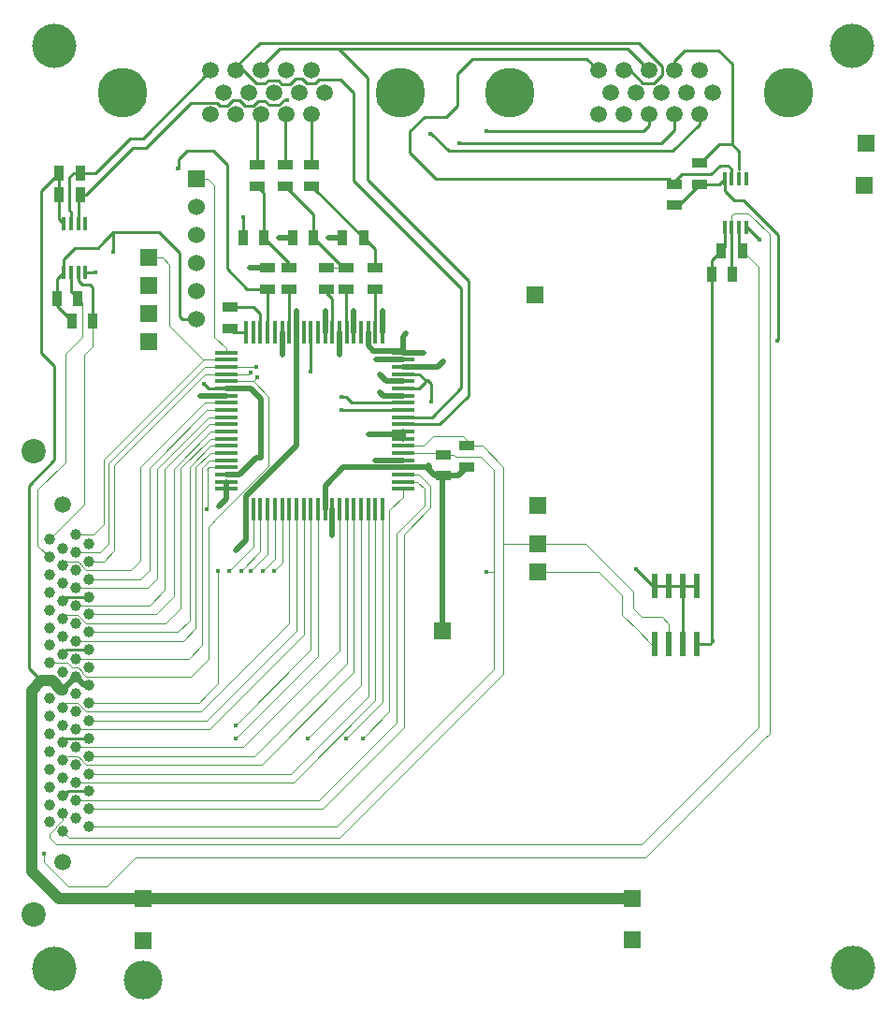
<source format=gtl>
G04 (created by PCBNEW (2013-07-07 BZR 4022)-stable) date 25/07/2014 9:01:35 PM*
%MOIN*%
G04 Gerber Fmt 3.4, Leading zero omitted, Abs format*
%FSLAX34Y34*%
G01*
G70*
G90*
G04 APERTURE LIST*
%ADD10C,0.00590551*%
%ADD11R,0.035X0.055*%
%ADD12R,0.055X0.035*%
%ADD13R,0.06X0.06*%
%ADD14C,0.0590551*%
%ADD15C,0.177165*%
%ADD16C,0.0393701*%
%ADD17C,0.0866142*%
%ADD18R,0.016X0.05*%
%ADD19C,0.06*%
%ADD20R,0.0236X0.0866*%
%ADD21C,0.15748*%
%ADD22C,0.137795*%
%ADD23R,0.0157X0.0787402*%
%ADD24R,0.0787402X0.0157*%
%ADD25C,0.0177165*%
%ADD26C,0.00984252*%
%ADD27C,0.00492126*%
%ADD28C,0.019685*%
%ADD29C,0.008*%
%ADD30C,0.0393701*%
G04 APERTURE END LIST*
G54D10*
G54D11*
X36821Y-18578D03*
X37571Y-18578D03*
G54D12*
X46618Y-16676D03*
X46618Y-17426D03*
X45909Y-16676D03*
X45909Y-17426D03*
X44578Y-16676D03*
X44578Y-17426D03*
X42456Y-18085D03*
X42456Y-18835D03*
G54D11*
X36298Y-17767D03*
X37048Y-17767D03*
X59979Y-16059D03*
X60729Y-16059D03*
G54D12*
X47645Y-16676D03*
X47645Y-17426D03*
G54D11*
X47225Y-15598D03*
X46475Y-15598D03*
X45441Y-15602D03*
X44691Y-15602D03*
X43682Y-15618D03*
X42932Y-15618D03*
G54D12*
X43811Y-16676D03*
X43811Y-17426D03*
X45357Y-13009D03*
X45357Y-13759D03*
X44437Y-13009D03*
X44437Y-13759D03*
X43447Y-13009D03*
X43447Y-13759D03*
X50913Y-23018D03*
X50913Y-23768D03*
X50066Y-23329D03*
X50066Y-24079D03*
G54D13*
X39374Y-39133D03*
X39358Y-40649D03*
G54D14*
X45836Y-10433D03*
X44935Y-10433D03*
X44033Y-10433D03*
X43131Y-10433D03*
X42230Y-10433D03*
X45385Y-11212D03*
X44484Y-11212D03*
X43582Y-11212D03*
X42681Y-11212D03*
X41779Y-11212D03*
X45385Y-9653D03*
X44484Y-9653D03*
X43582Y-9653D03*
X42681Y-9653D03*
X41779Y-9653D03*
G54D15*
X38624Y-10433D03*
X48541Y-10433D03*
G54D14*
X59655Y-10433D03*
X58753Y-10433D03*
X57852Y-10433D03*
X56950Y-10433D03*
X56049Y-10433D03*
X59204Y-11212D03*
X58303Y-11212D03*
X57401Y-11212D03*
X56500Y-11212D03*
X55598Y-11212D03*
X59204Y-9653D03*
X58303Y-9653D03*
X57401Y-9653D03*
X56500Y-9653D03*
X55598Y-9653D03*
G54D15*
X52442Y-10433D03*
X62360Y-10433D03*
G54D16*
X36043Y-31385D03*
X36043Y-30755D03*
X36043Y-30125D03*
X36043Y-29496D03*
X36043Y-28866D03*
X36043Y-28236D03*
X36043Y-27606D03*
X36043Y-26976D03*
X36043Y-26346D03*
X36043Y-32015D03*
X36043Y-32645D03*
X36043Y-33275D03*
X36043Y-33905D03*
X36043Y-34535D03*
X36043Y-35165D03*
X36043Y-35795D03*
X36043Y-36425D03*
X36496Y-36740D03*
X36496Y-36110D03*
X36496Y-35480D03*
X36496Y-34850D03*
X36496Y-34220D03*
X36496Y-33590D03*
X36496Y-32960D03*
X36496Y-32330D03*
X36496Y-26661D03*
X36496Y-27291D03*
X36496Y-27921D03*
X36496Y-28551D03*
X36496Y-29181D03*
X36496Y-29811D03*
X36496Y-30440D03*
X36496Y-31070D03*
X36496Y-31700D03*
X37421Y-31543D03*
X37421Y-30913D03*
X37421Y-30283D03*
X37421Y-29653D03*
X37421Y-29023D03*
X37421Y-28393D03*
X37421Y-27763D03*
X37421Y-27133D03*
X37421Y-26503D03*
X37421Y-32173D03*
X37421Y-32803D03*
X37421Y-33433D03*
X37421Y-34062D03*
X37421Y-34692D03*
X37421Y-35322D03*
X37421Y-35952D03*
X37421Y-36582D03*
X36968Y-36267D03*
X36968Y-35637D03*
X36968Y-35007D03*
X36968Y-34377D03*
X36968Y-33748D03*
X36968Y-33118D03*
X36968Y-32488D03*
X36968Y-31858D03*
X36968Y-26188D03*
X36968Y-26818D03*
X36968Y-27448D03*
X36968Y-28078D03*
X36968Y-28708D03*
X36968Y-29338D03*
X36968Y-29968D03*
X36968Y-30598D03*
X36968Y-31228D03*
G54D14*
X36496Y-25098D03*
G54D17*
X35464Y-23220D03*
X35464Y-39716D03*
G54D14*
X36496Y-37834D03*
G54D18*
X60095Y-15256D03*
X60350Y-15256D03*
X60610Y-15256D03*
X60865Y-15256D03*
X60865Y-13506D03*
X60610Y-13506D03*
X60350Y-13506D03*
X60095Y-13506D03*
X36544Y-16843D03*
X36799Y-16843D03*
X37059Y-16843D03*
X37314Y-16843D03*
X37314Y-15093D03*
X37059Y-15093D03*
X36799Y-15093D03*
X36544Y-15093D03*
G54D12*
X59200Y-13705D03*
X59200Y-12955D03*
X58303Y-14445D03*
X58303Y-13695D03*
G54D11*
X59621Y-16905D03*
X60371Y-16905D03*
X36376Y-14070D03*
X37126Y-14070D03*
X36376Y-13303D03*
X37126Y-13303D03*
G54D13*
X56799Y-39137D03*
X56811Y-40598D03*
X65074Y-13728D03*
X53452Y-25129D03*
X53326Y-17645D03*
X53433Y-26496D03*
X53433Y-27507D03*
X50051Y-29610D03*
X39578Y-18307D03*
X39578Y-17307D03*
X39578Y-16307D03*
X39578Y-19311D03*
X65141Y-12232D03*
X41271Y-13515D03*
G54D19*
X41271Y-14515D03*
X41271Y-15515D03*
X41271Y-16515D03*
X41271Y-17515D03*
X41271Y-18515D03*
G54D20*
X59116Y-28016D03*
X58616Y-28016D03*
X58116Y-28016D03*
X57616Y-28016D03*
X57616Y-30062D03*
X58116Y-30062D03*
X58616Y-30062D03*
X59116Y-30062D03*
G54D21*
X36188Y-8791D03*
X64622Y-8791D03*
X36200Y-41641D03*
X64661Y-41598D03*
G54D22*
X39354Y-42051D03*
G54D23*
X47903Y-18976D03*
X47647Y-18976D03*
X47391Y-18976D03*
X47135Y-18976D03*
X46879Y-18976D03*
X46623Y-18976D03*
X46367Y-18976D03*
X46111Y-18976D03*
X45855Y-18976D03*
X45599Y-18976D03*
X45345Y-18976D03*
X45089Y-18976D03*
X44833Y-18976D03*
X44577Y-18976D03*
X44321Y-18976D03*
X44065Y-18976D03*
X43809Y-18976D03*
X43553Y-18976D03*
X43297Y-18976D03*
X43041Y-18976D03*
G54D24*
X42322Y-19694D03*
X42322Y-19950D03*
X42322Y-20206D03*
X42322Y-20462D03*
X42322Y-20718D03*
X42322Y-20974D03*
X42322Y-21230D03*
X42322Y-21486D03*
X42322Y-21742D03*
X42322Y-21998D03*
X42322Y-22252D03*
X42322Y-22508D03*
X42322Y-22764D03*
X42322Y-23020D03*
X42322Y-23276D03*
X42322Y-23532D03*
X42322Y-23788D03*
X42322Y-24044D03*
X42322Y-24300D03*
X42322Y-24556D03*
G54D23*
X43041Y-25275D03*
X43297Y-25275D03*
X43553Y-25275D03*
X43809Y-25275D03*
X44065Y-25275D03*
X44321Y-25275D03*
X44577Y-25275D03*
X44833Y-25275D03*
X45089Y-25275D03*
X45345Y-25275D03*
X45599Y-25275D03*
X45855Y-25275D03*
X46111Y-25275D03*
X46367Y-25275D03*
X46623Y-25275D03*
X46879Y-25275D03*
X47135Y-25275D03*
X47391Y-25275D03*
X47647Y-25275D03*
X47903Y-25275D03*
G54D24*
X48622Y-24556D03*
X48622Y-24300D03*
X48622Y-24044D03*
X48622Y-23788D03*
X48622Y-23532D03*
X48622Y-23276D03*
X48622Y-23020D03*
X48622Y-22764D03*
X48622Y-22508D03*
X48622Y-22252D03*
X48622Y-21998D03*
X48622Y-21742D03*
X48622Y-21486D03*
X48622Y-21230D03*
X48622Y-20974D03*
X48622Y-20718D03*
X48622Y-20462D03*
X48622Y-20206D03*
X48622Y-19950D03*
X48622Y-19694D03*
G54D25*
X51598Y-11822D03*
X47188Y-33448D03*
X46606Y-33452D03*
X45240Y-33452D03*
X46444Y-21287D03*
X46444Y-21744D03*
X43429Y-20586D03*
X50622Y-12228D03*
X42669Y-33452D03*
X42669Y-32960D03*
X44043Y-27464D03*
X43653Y-27460D03*
X43220Y-27464D03*
X42862Y-27468D03*
X42433Y-27464D03*
X43413Y-20200D03*
X42066Y-25181D03*
X45346Y-20362D03*
X42925Y-14877D03*
X49358Y-19696D03*
X61338Y-15681D03*
X37681Y-16858D03*
X56925Y-27405D03*
X49622Y-21444D03*
X47409Y-22606D03*
X43169Y-16677D03*
X47645Y-23535D03*
X46114Y-26216D03*
X41405Y-21232D03*
X45968Y-15598D03*
X44196Y-15602D03*
X48740Y-19011D03*
X46370Y-19759D03*
X44322Y-19783D03*
X38318Y-16106D03*
X41539Y-20811D03*
X59661Y-29988D03*
X43562Y-23444D03*
X49535Y-23692D03*
X45854Y-24484D03*
X43212Y-20980D03*
X35850Y-37543D03*
X51598Y-27500D03*
X44492Y-10696D03*
X61984Y-19263D03*
X40614Y-13141D03*
X47677Y-19952D03*
X47818Y-21122D03*
X47811Y-20488D03*
X42673Y-26755D03*
X47901Y-18212D03*
X46881Y-18208D03*
X45854Y-18204D03*
X44834Y-18208D03*
X49618Y-11909D03*
X42043Y-27464D03*
X41645Y-25275D03*
X43188Y-20397D03*
X50082Y-20007D03*
G54D26*
X57401Y-11610D02*
X57401Y-11212D01*
X57200Y-11811D02*
X57401Y-11610D01*
X51610Y-11811D02*
X57200Y-11811D01*
G54D27*
X51598Y-11822D02*
X51610Y-11811D01*
G54D26*
X43447Y-13009D02*
X43447Y-11347D01*
G54D27*
X43447Y-11347D02*
X43582Y-11212D01*
X48622Y-24044D02*
X49202Y-24044D01*
X45759Y-35952D02*
X37421Y-35952D01*
X48661Y-33051D02*
X45759Y-35952D01*
X48661Y-26161D02*
X48661Y-33051D01*
X49606Y-25216D02*
X48661Y-26161D01*
X49606Y-24448D02*
X49606Y-25216D01*
X49202Y-24044D02*
X49606Y-24448D01*
X36968Y-35637D02*
X45641Y-35637D01*
X45641Y-35637D02*
X45649Y-35629D01*
X48622Y-24300D02*
X49143Y-24300D01*
X48405Y-32874D02*
X45649Y-35629D01*
X48405Y-26141D02*
X48405Y-32874D01*
X49389Y-25157D02*
X48405Y-26141D01*
X49389Y-24547D02*
X49389Y-25157D01*
X49143Y-24300D02*
X49389Y-24547D01*
X48149Y-32244D02*
X48149Y-32488D01*
X48149Y-32244D02*
X48149Y-25314D01*
X48149Y-25314D02*
X48622Y-24842D01*
X48622Y-24556D02*
X48622Y-24842D01*
X48149Y-32488D02*
X47188Y-33448D01*
X47903Y-25275D02*
X47903Y-32155D01*
X47903Y-32155D02*
X46606Y-33452D01*
X47647Y-25275D02*
X47647Y-32084D01*
X44724Y-35007D02*
X36968Y-35007D01*
X47647Y-32084D02*
X44724Y-35007D01*
X47391Y-25275D02*
X47391Y-31939D01*
X44637Y-34692D02*
X37421Y-34692D01*
X47391Y-31939D02*
X44637Y-34692D01*
X47135Y-25275D02*
X47135Y-31557D01*
X47135Y-31557D02*
X45240Y-33452D01*
X46879Y-25275D02*
X46879Y-31085D01*
X36657Y-34059D02*
X36496Y-34220D01*
X37039Y-34059D02*
X36657Y-34059D01*
X37192Y-34212D02*
X37039Y-34059D01*
X37192Y-34220D02*
X37192Y-34212D01*
X37204Y-34232D02*
X37192Y-34220D01*
X37204Y-34240D02*
X37204Y-34232D01*
X37338Y-34374D02*
X37204Y-34240D01*
X43590Y-34374D02*
X37338Y-34374D01*
X46879Y-31085D02*
X43590Y-34374D01*
X46623Y-25275D02*
X46623Y-30774D01*
X43334Y-34062D02*
X37421Y-34062D01*
X46623Y-30774D02*
X43334Y-34062D01*
X46367Y-25275D02*
X46367Y-30325D01*
X42944Y-33748D02*
X36968Y-33748D01*
X46367Y-30325D02*
X42944Y-33748D01*
G54D26*
X47723Y-21486D02*
X46809Y-21486D01*
X48622Y-21486D02*
X47723Y-21486D01*
X46610Y-21287D02*
X46444Y-21287D01*
X46809Y-21486D02*
X46610Y-21287D01*
X47551Y-21742D02*
X46445Y-21742D01*
X46445Y-21742D02*
X46444Y-21744D01*
X48622Y-21742D02*
X47551Y-21742D01*
X47551Y-21742D02*
X47556Y-21742D01*
G54D27*
X42322Y-20718D02*
X43296Y-20718D01*
X43296Y-20718D02*
X43429Y-20586D01*
X41909Y-25681D02*
X41854Y-25736D01*
X43297Y-20718D02*
X43846Y-21267D01*
X43846Y-21267D02*
X43846Y-23744D01*
X43846Y-23744D02*
X41909Y-25681D01*
X42322Y-20718D02*
X43297Y-20718D01*
X36669Y-30755D02*
X36043Y-30755D01*
X36822Y-30909D02*
X36669Y-30755D01*
X37043Y-30909D02*
X36822Y-30909D01*
X37188Y-31055D02*
X37043Y-30909D01*
X37188Y-31066D02*
X37188Y-31055D01*
X37208Y-31086D02*
X37188Y-31066D01*
X37208Y-31098D02*
X37208Y-31086D01*
X37338Y-31228D02*
X37208Y-31098D01*
X41059Y-31228D02*
X37338Y-31228D01*
X41692Y-30594D02*
X41059Y-31228D01*
X41692Y-25897D02*
X41692Y-30594D01*
X41791Y-25799D02*
X41692Y-25897D01*
X41854Y-25736D02*
X41791Y-25799D01*
G54D26*
X58303Y-11759D02*
X58303Y-11212D01*
X57822Y-12240D02*
X58303Y-11759D01*
X50633Y-12240D02*
X57822Y-12240D01*
G54D27*
X50622Y-12228D02*
X50633Y-12240D01*
G54D26*
X44437Y-13009D02*
X44437Y-11258D01*
G54D27*
X44437Y-11258D02*
X44484Y-11212D01*
X45599Y-25275D02*
X45599Y-30522D01*
X45599Y-30522D02*
X42669Y-33452D01*
X45345Y-25275D02*
X45345Y-30284D01*
X45345Y-30284D02*
X42669Y-32960D01*
X45089Y-25275D02*
X45089Y-29753D01*
X41724Y-33118D02*
X36968Y-33118D01*
X45089Y-29753D02*
X41724Y-33118D01*
X44833Y-25275D02*
X44833Y-29611D01*
X41641Y-32803D02*
X37421Y-32803D01*
X44833Y-29611D02*
X41641Y-32803D01*
X44577Y-25275D02*
X44577Y-29351D01*
X36653Y-32173D02*
X36496Y-32330D01*
X37043Y-32173D02*
X36653Y-32173D01*
X37181Y-32311D02*
X37043Y-32173D01*
X37181Y-32314D02*
X37181Y-32311D01*
X37192Y-32326D02*
X37181Y-32314D01*
X37192Y-32330D02*
X37192Y-32326D01*
X37350Y-32488D02*
X37192Y-32330D01*
X41440Y-32488D02*
X37350Y-32488D01*
X44577Y-29351D02*
X41440Y-32488D01*
X44321Y-25275D02*
X44321Y-27186D01*
X44321Y-27186D02*
X44043Y-27464D01*
X44065Y-25275D02*
X44065Y-27048D01*
X44065Y-27048D02*
X43653Y-27460D01*
X43809Y-25275D02*
X43809Y-26875D01*
X43809Y-26875D02*
X43220Y-27464D01*
X43553Y-25275D02*
X43553Y-26777D01*
X43553Y-26777D02*
X42862Y-27468D01*
X43297Y-25275D02*
X43297Y-26600D01*
X43297Y-26600D02*
X42433Y-27464D01*
X42322Y-20206D02*
X43407Y-20206D01*
X43407Y-20206D02*
X43413Y-20200D01*
X42322Y-20206D02*
X41564Y-20206D01*
X37822Y-26818D02*
X36968Y-26818D01*
X38129Y-26511D02*
X37822Y-26818D01*
X38129Y-23641D02*
X38129Y-26511D01*
X41564Y-20206D02*
X38129Y-23641D01*
G54D26*
X46338Y-8881D02*
X56629Y-8881D01*
X56629Y-8881D02*
X57401Y-9653D01*
G54D27*
X43582Y-9653D02*
X43582Y-9547D01*
G54D26*
X49943Y-22252D02*
X48622Y-22252D01*
X50968Y-21228D02*
X49943Y-22252D01*
X50968Y-17157D02*
X50968Y-21228D01*
X47354Y-13543D02*
X50968Y-17157D01*
X47354Y-9897D02*
X47354Y-13543D01*
X46338Y-8881D02*
X47354Y-9897D01*
X44248Y-8881D02*
X46338Y-8881D01*
X43582Y-9547D02*
X44248Y-8881D01*
G54D28*
X42322Y-24405D02*
X42322Y-24925D01*
X42322Y-24925D02*
X42066Y-25181D01*
G54D26*
X45345Y-18976D02*
X45345Y-20361D01*
X45345Y-20361D02*
X45346Y-20362D01*
X42932Y-15618D02*
X42932Y-14884D01*
X42932Y-14884D02*
X42925Y-14877D01*
G54D28*
X49356Y-19694D02*
X49358Y-19696D01*
X48622Y-19694D02*
X49356Y-19694D01*
G54D26*
X60865Y-15256D02*
X60914Y-15256D01*
X60914Y-15256D02*
X61338Y-15681D01*
X37314Y-16843D02*
X37666Y-16843D01*
G54D29*
X37666Y-16843D02*
X37681Y-16858D01*
G54D27*
X57616Y-28016D02*
X57536Y-28016D01*
G54D26*
X57536Y-28016D02*
X56925Y-27405D01*
X58616Y-30062D02*
X58616Y-28016D01*
X58616Y-28016D02*
X59116Y-28016D01*
X58116Y-28016D02*
X58616Y-28016D01*
X57616Y-28016D02*
X58116Y-28016D01*
X49437Y-20685D02*
X49503Y-20685D01*
X49622Y-20803D02*
X49622Y-21444D01*
X49503Y-20685D02*
X49622Y-20803D01*
X48622Y-20974D02*
X49206Y-20974D01*
X49214Y-20462D02*
X49437Y-20685D01*
X49437Y-20685D02*
X49437Y-20744D01*
X49214Y-20462D02*
X48622Y-20462D01*
X49206Y-20974D02*
X49437Y-20744D01*
G54D28*
X48622Y-22610D02*
X47417Y-22614D01*
X47417Y-22614D02*
X47409Y-22606D01*
X48622Y-22508D02*
X48622Y-22610D01*
X48622Y-22610D02*
X48622Y-22764D01*
X43811Y-16676D02*
X43170Y-16676D01*
X43170Y-16676D02*
X43169Y-16677D01*
X48622Y-23532D02*
X47648Y-23532D01*
X47648Y-23532D02*
X47645Y-23535D01*
X46111Y-25275D02*
X46111Y-26213D01*
X46111Y-26213D02*
X46114Y-26216D01*
X42322Y-24300D02*
X42322Y-24405D01*
X42322Y-24405D02*
X42322Y-24556D01*
X42322Y-21230D02*
X41406Y-21230D01*
X41406Y-21230D02*
X41405Y-21232D01*
X46475Y-15598D02*
X45968Y-15598D01*
X44691Y-15602D02*
X44196Y-15602D01*
X48622Y-19694D02*
X48622Y-19129D01*
X48622Y-19129D02*
X48740Y-19011D01*
X47391Y-18976D02*
X47391Y-19442D01*
X48556Y-19629D02*
X48622Y-19694D01*
X47578Y-19629D02*
X48556Y-19629D01*
X47391Y-19442D02*
X47578Y-19629D01*
X46367Y-18976D02*
X46367Y-19757D01*
X46367Y-19757D02*
X46370Y-19759D01*
X44321Y-18976D02*
X44321Y-19782D01*
X44321Y-19782D02*
X44322Y-19783D01*
G54D26*
X36496Y-35480D02*
X36547Y-35480D01*
X36704Y-35322D02*
X37421Y-35322D01*
X36547Y-35480D02*
X36704Y-35322D01*
X36496Y-33590D02*
X36653Y-33433D01*
X36653Y-33433D02*
X37421Y-33433D01*
X36496Y-30440D02*
X36496Y-30437D01*
X36649Y-30283D02*
X37421Y-30283D01*
X36496Y-30437D02*
X36649Y-30283D01*
X36496Y-28551D02*
X36527Y-28551D01*
X36685Y-28393D02*
X37421Y-28393D01*
X36527Y-28551D02*
X36685Y-28393D01*
X40665Y-18405D02*
X40665Y-16137D01*
X40665Y-18405D02*
X40775Y-18515D01*
X41271Y-18515D02*
X40775Y-18515D01*
X39933Y-15405D02*
X38318Y-15405D01*
X40665Y-16137D02*
X39933Y-15405D01*
G54D28*
X43562Y-23444D02*
X43562Y-21330D01*
X43562Y-21330D02*
X43212Y-20980D01*
G54D26*
X42322Y-20974D02*
X41703Y-20974D01*
X38318Y-15405D02*
X38311Y-15413D01*
X38318Y-15582D02*
X38318Y-15405D01*
X38318Y-15905D02*
X38318Y-15582D01*
X38318Y-16106D02*
X38318Y-15905D01*
X41703Y-20974D02*
X41539Y-20811D01*
X37972Y-15751D02*
X38311Y-15413D01*
X36544Y-16843D02*
X36544Y-16365D01*
X37755Y-15968D02*
X37972Y-15751D01*
X36940Y-15968D02*
X37755Y-15968D01*
X36544Y-16365D02*
X36940Y-15968D01*
X36298Y-17767D02*
X36298Y-17089D01*
X36298Y-17089D02*
X36544Y-16843D01*
X36298Y-17767D02*
X36298Y-18055D01*
X36298Y-18055D02*
X36821Y-18578D01*
X36550Y-16849D02*
X36544Y-16843D01*
X59621Y-16905D02*
X59621Y-29947D01*
G54D27*
X59621Y-29947D02*
X59661Y-29988D01*
G54D26*
X59587Y-30062D02*
X59116Y-30062D01*
G54D27*
X59661Y-29988D02*
X59587Y-30062D01*
X59979Y-16059D02*
X59976Y-16059D01*
G54D26*
X59621Y-16414D02*
X59621Y-16905D01*
X59976Y-16059D02*
X59621Y-16414D01*
X60095Y-15256D02*
X60095Y-15943D01*
G54D27*
X60095Y-15943D02*
X59979Y-16059D01*
G54D28*
X50051Y-29610D02*
X50051Y-24095D01*
X50051Y-24095D02*
X50066Y-24079D01*
X45854Y-24484D02*
X45854Y-24440D01*
X46506Y-23788D02*
X48622Y-23788D01*
X45854Y-24440D02*
X46506Y-23788D01*
X43389Y-23444D02*
X43562Y-23444D01*
X42322Y-24044D02*
X42789Y-24044D01*
X42789Y-24044D02*
X43389Y-23444D01*
X49568Y-23726D02*
X49568Y-23872D01*
X49535Y-23692D02*
X49568Y-23726D01*
X50066Y-24079D02*
X50602Y-24079D01*
X50602Y-24079D02*
X50913Y-23768D01*
X48622Y-23788D02*
X49485Y-23788D01*
X49485Y-23788D02*
X49568Y-23872D01*
X49776Y-24079D02*
X50066Y-24079D01*
X49568Y-23872D02*
X49776Y-24079D01*
X45855Y-25275D02*
X45855Y-24485D01*
X45855Y-24485D02*
X45854Y-24484D01*
X42322Y-20974D02*
X43207Y-20974D01*
X43207Y-20974D02*
X43212Y-20980D01*
G54D27*
X56846Y-28334D02*
X56846Y-28196D01*
X56846Y-28334D02*
X56846Y-28818D01*
X56846Y-28818D02*
X57133Y-29106D01*
X57133Y-29106D02*
X57862Y-29106D01*
X57862Y-29106D02*
X58116Y-29360D01*
X58116Y-30062D02*
X58116Y-29360D01*
X55145Y-26496D02*
X53433Y-26496D01*
X56846Y-28196D02*
X55145Y-26496D01*
X52216Y-26496D02*
X52259Y-26496D01*
X52259Y-26496D02*
X53433Y-26496D01*
X52216Y-27125D02*
X52216Y-31141D01*
X36736Y-36980D02*
X36496Y-36740D01*
X46377Y-36980D02*
X36736Y-36980D01*
X52216Y-31141D02*
X46377Y-36980D01*
X50913Y-23018D02*
X51459Y-23018D01*
X52216Y-23775D02*
X52216Y-26496D01*
X52216Y-26496D02*
X52216Y-26523D01*
X52216Y-26523D02*
X52216Y-27125D01*
X52216Y-27125D02*
X52216Y-27133D01*
X51459Y-23018D02*
X52216Y-23775D01*
X48622Y-23020D02*
X49368Y-23020D01*
X50913Y-22822D02*
X50913Y-23018D01*
X50779Y-22688D02*
X50913Y-22822D01*
X49700Y-22688D02*
X50779Y-22688D01*
X49368Y-23020D02*
X49700Y-22688D01*
G54D26*
X37677Y-13295D02*
X37134Y-13295D01*
X37134Y-13295D02*
X37126Y-13303D01*
X36799Y-15093D02*
X36799Y-14688D01*
X36799Y-14688D02*
X36751Y-14641D01*
X36751Y-14641D02*
X36751Y-13456D01*
X36905Y-13303D02*
X37126Y-13303D01*
X36905Y-13303D02*
X36751Y-13456D01*
G54D27*
X37126Y-13303D02*
X37019Y-13303D01*
G54D26*
X39374Y-12059D02*
X41779Y-9653D01*
X38913Y-12059D02*
X39374Y-12059D01*
G54D27*
X37669Y-13303D02*
X37677Y-13295D01*
G54D26*
X37677Y-13295D02*
X38913Y-12059D01*
X36799Y-16843D02*
X36799Y-17518D01*
X36799Y-17518D02*
X37048Y-17767D01*
G54D27*
X36598Y-20011D02*
X36598Y-19748D01*
X36023Y-26976D02*
X35618Y-26570D01*
X35618Y-26570D02*
X35618Y-24574D01*
X35618Y-24574D02*
X36598Y-23594D01*
X36598Y-23594D02*
X36598Y-20011D01*
X36043Y-26976D02*
X36023Y-26976D01*
X37196Y-17916D02*
X37048Y-17767D01*
X37196Y-19149D02*
X37196Y-17916D01*
X36598Y-19748D02*
X37196Y-19149D01*
X58303Y-13695D02*
X58303Y-13610D01*
G54D26*
X60350Y-13157D02*
X60350Y-13506D01*
X60220Y-13027D02*
X60350Y-13157D01*
X59937Y-13027D02*
X60220Y-13027D01*
X59614Y-13350D02*
X59937Y-13027D01*
X58562Y-13350D02*
X59614Y-13350D01*
X58303Y-13610D02*
X58562Y-13350D01*
X51834Y-13506D02*
X58114Y-13506D01*
X58114Y-13506D02*
X58303Y-13695D01*
G54D27*
X51818Y-13506D02*
X51834Y-13506D01*
G54D26*
X51834Y-13506D02*
X49806Y-13506D01*
X55185Y-9240D02*
X55598Y-9653D01*
X51098Y-9240D02*
X55185Y-9240D01*
X50559Y-9779D02*
X51098Y-9240D01*
X50559Y-10901D02*
X50559Y-9779D01*
X50157Y-11303D02*
X50559Y-10901D01*
X49401Y-11303D02*
X50157Y-11303D01*
X48881Y-11822D02*
X49401Y-11303D01*
X48881Y-12582D02*
X48881Y-11822D01*
X49806Y-13506D02*
X48881Y-12582D01*
G54D27*
X57681Y-37271D02*
X57940Y-37011D01*
X61688Y-15468D02*
X60948Y-14728D01*
X60948Y-14728D02*
X60444Y-14728D01*
X60444Y-14728D02*
X60350Y-14822D01*
X60350Y-15256D02*
X60350Y-14822D01*
X61688Y-33271D02*
X61688Y-18223D01*
X61688Y-18223D02*
X61688Y-15468D01*
X35850Y-37543D02*
X35834Y-37559D01*
X35834Y-37559D02*
X35834Y-37846D01*
X35834Y-37846D02*
X35960Y-37972D01*
X57283Y-37669D02*
X57681Y-37271D01*
X39102Y-37669D02*
X57283Y-37669D01*
X38062Y-38708D02*
X39102Y-37669D01*
X36696Y-38708D02*
X38062Y-38708D01*
X35960Y-37972D02*
X36696Y-38708D01*
X61503Y-33456D02*
X61688Y-33271D01*
X61496Y-33456D02*
X61503Y-33456D01*
X60535Y-34417D02*
X61496Y-33456D01*
X58948Y-36003D02*
X60535Y-34417D01*
X57940Y-37011D02*
X58948Y-36003D01*
G54D26*
X60350Y-15256D02*
X60350Y-16884D01*
G54D27*
X60350Y-16884D02*
X60371Y-16905D01*
X57616Y-30062D02*
X57475Y-30062D01*
X56452Y-28346D02*
X55614Y-27507D01*
X55614Y-27507D02*
X53433Y-27507D01*
X56452Y-29039D02*
X57003Y-29590D01*
X56452Y-28535D02*
X56452Y-29039D01*
X56452Y-28535D02*
X56452Y-28346D01*
X57475Y-30062D02*
X57003Y-29590D01*
X51842Y-27500D02*
X51870Y-27500D01*
X51870Y-27496D02*
X51870Y-27500D01*
X51598Y-27500D02*
X51842Y-27500D01*
X51870Y-27106D02*
X51870Y-27448D01*
X51870Y-27448D02*
X51870Y-27496D01*
X51870Y-27496D02*
X51870Y-30972D01*
X50439Y-23329D02*
X50503Y-23393D01*
X50503Y-23393D02*
X51389Y-23393D01*
X51389Y-23393D02*
X51870Y-23874D01*
X51870Y-23874D02*
X51870Y-27106D01*
X50066Y-23329D02*
X50439Y-23329D01*
X46259Y-36582D02*
X37421Y-36582D01*
X51870Y-30972D02*
X46259Y-36582D01*
X48622Y-23276D02*
X50014Y-23276D01*
X50014Y-23276D02*
X50066Y-23329D01*
G54D26*
X37126Y-14070D02*
X37330Y-14070D01*
X37330Y-14070D02*
X38992Y-12409D01*
X37059Y-15093D02*
X37059Y-14138D01*
X37059Y-14138D02*
X37126Y-14070D01*
G54D27*
X36961Y-14235D02*
X37126Y-14070D01*
X37126Y-14070D02*
X37307Y-14070D01*
G54D26*
X38992Y-12409D02*
X39472Y-12409D01*
X39472Y-12409D02*
X41086Y-10795D01*
X41086Y-10795D02*
X41996Y-10795D01*
X41996Y-10795D02*
X42098Y-10897D01*
X42098Y-10897D02*
X42377Y-10897D01*
X42377Y-10897D02*
X42555Y-10720D01*
X42555Y-10720D02*
X42811Y-10720D01*
X42811Y-10720D02*
X42988Y-10897D01*
X42988Y-10897D02*
X43303Y-10897D01*
X43303Y-10897D02*
X43472Y-10728D01*
X43472Y-10728D02*
X43716Y-10728D01*
X43716Y-10728D02*
X43874Y-10885D01*
X43874Y-10885D02*
X44220Y-10885D01*
X44220Y-10885D02*
X44409Y-10696D01*
X44409Y-10696D02*
X44492Y-10696D01*
G54D27*
X38968Y-12409D02*
X38992Y-12409D01*
G54D26*
X37059Y-16843D02*
X37059Y-17133D01*
X37571Y-17375D02*
X37571Y-18578D01*
X37484Y-17287D02*
X37571Y-17375D01*
X37212Y-17287D02*
X37484Y-17287D01*
X37059Y-17133D02*
X37212Y-17287D01*
G54D27*
X37271Y-25125D02*
X37271Y-19787D01*
X36043Y-26346D02*
X36051Y-26346D01*
X36051Y-26346D02*
X36681Y-25716D01*
X36681Y-25716D02*
X37039Y-25358D01*
X37039Y-25358D02*
X37271Y-25125D01*
X37571Y-19487D02*
X37571Y-18578D01*
X37271Y-19787D02*
X37571Y-19487D01*
X59200Y-12955D02*
X59221Y-12955D01*
G54D26*
X59897Y-12279D02*
X60358Y-12279D01*
X59221Y-12955D02*
X59897Y-12279D01*
G54D27*
X60606Y-13165D02*
X60606Y-13502D01*
X60606Y-13502D02*
X60610Y-13506D01*
G54D26*
X60358Y-11299D02*
X60358Y-12279D01*
X60606Y-12527D02*
X60606Y-13165D01*
G54D27*
X60606Y-13165D02*
X60606Y-13160D01*
G54D26*
X60358Y-12279D02*
X60606Y-12527D01*
X58303Y-9314D02*
X58303Y-9653D01*
X58677Y-8940D02*
X58303Y-9314D01*
X59881Y-8940D02*
X58677Y-8940D01*
X60358Y-9417D02*
X59881Y-8940D01*
G54D27*
X60358Y-11295D02*
X60358Y-11299D01*
G54D26*
X60358Y-11299D02*
X60358Y-9417D01*
G54D27*
X61271Y-33078D02*
X61318Y-33031D01*
X36212Y-37157D02*
X36259Y-37204D01*
X36496Y-36346D02*
X36283Y-36559D01*
X36283Y-36559D02*
X36283Y-36566D01*
X36283Y-36566D02*
X36259Y-36590D01*
X36259Y-36590D02*
X36259Y-36598D01*
X36259Y-36598D02*
X36027Y-36830D01*
X36027Y-36830D02*
X36027Y-36972D01*
X36027Y-36972D02*
X36212Y-37157D01*
X61318Y-18492D02*
X61318Y-33031D01*
X36496Y-36346D02*
X36496Y-36110D01*
X57145Y-37204D02*
X61271Y-33078D01*
X36259Y-37204D02*
X57145Y-37204D01*
X61318Y-18492D02*
X61318Y-16648D01*
X61318Y-16648D02*
X60729Y-16059D01*
X61318Y-18492D02*
X61318Y-18484D01*
G54D26*
X60610Y-15256D02*
X60610Y-15940D01*
G54D27*
X60610Y-15940D02*
X60729Y-16059D01*
G54D26*
X36376Y-14070D02*
X36376Y-14926D01*
X36376Y-14926D02*
X36544Y-15093D01*
X35751Y-13928D02*
X36376Y-13303D01*
X35751Y-19712D02*
X35751Y-13928D01*
X36206Y-20167D02*
X35751Y-19712D01*
X36206Y-23513D02*
X36206Y-20167D01*
X36206Y-23513D02*
X36208Y-23511D01*
X36208Y-13471D02*
X36376Y-13303D01*
X36376Y-13303D02*
X36376Y-14070D01*
X36043Y-31385D02*
X35740Y-31385D01*
X35287Y-24433D02*
X36206Y-23513D01*
X35287Y-30933D02*
X35287Y-24433D01*
X35740Y-31385D02*
X35287Y-30933D01*
X60095Y-13945D02*
X60095Y-13506D01*
X60429Y-14279D02*
X60095Y-13945D01*
X60771Y-14279D02*
X60429Y-14279D01*
X61996Y-15503D02*
X60771Y-14279D01*
X61996Y-19251D02*
X61996Y-15503D01*
G54D27*
X61984Y-19263D02*
X61996Y-19251D01*
G54D26*
X59200Y-13705D02*
X59896Y-13705D01*
X59896Y-13705D02*
X60095Y-13506D01*
G54D27*
X58303Y-14445D02*
X58460Y-14445D01*
G54D26*
X58460Y-14445D02*
X59200Y-13705D01*
G54D30*
X39374Y-39133D02*
X56795Y-39133D01*
G54D28*
X56795Y-39133D02*
X56799Y-39137D01*
X37421Y-31543D02*
X37283Y-31543D01*
X37283Y-31543D02*
X36968Y-31228D01*
X36968Y-31228D02*
X36496Y-31700D01*
G54D30*
X36496Y-31700D02*
X36452Y-31700D01*
X36137Y-31385D02*
X36043Y-31385D01*
X36452Y-31700D02*
X36137Y-31385D01*
X36043Y-31385D02*
X35748Y-31385D01*
X36362Y-39133D02*
X39374Y-39133D01*
X35397Y-38169D02*
X36362Y-39133D01*
X35397Y-31736D02*
X35397Y-38169D01*
X35748Y-31385D02*
X35397Y-31736D01*
G54D27*
X42322Y-19694D02*
X42322Y-19543D01*
X41685Y-13515D02*
X41271Y-13515D01*
X41909Y-13740D02*
X41685Y-13515D01*
X41909Y-19129D02*
X41909Y-13740D01*
X42322Y-19543D02*
X41909Y-19129D01*
G54D26*
X43071Y-17426D02*
X43811Y-17426D01*
X42358Y-16712D02*
X43071Y-17426D01*
X42358Y-13007D02*
X42358Y-16712D01*
X41866Y-12515D02*
X42358Y-13007D01*
X40933Y-12515D02*
X41866Y-12515D01*
X40625Y-12822D02*
X40933Y-12515D01*
X40625Y-13129D02*
X40625Y-12822D01*
X40614Y-13141D02*
X40625Y-13129D01*
X43811Y-17426D02*
X43811Y-18974D01*
G54D27*
X43811Y-18974D02*
X43809Y-18976D01*
G54D28*
X48622Y-19950D02*
X47678Y-19950D01*
X47678Y-19950D02*
X47677Y-19952D01*
X48622Y-21230D02*
X47927Y-21230D01*
X47927Y-21230D02*
X47818Y-21122D01*
X48622Y-20718D02*
X48041Y-20718D01*
X48041Y-20718D02*
X47811Y-20488D01*
X43041Y-25275D02*
X43041Y-24805D01*
X44833Y-23013D02*
X44833Y-18976D01*
X43041Y-24805D02*
X44833Y-23013D01*
X43041Y-25275D02*
X43041Y-26387D01*
X43041Y-26387D02*
X42673Y-26755D01*
X47903Y-18976D02*
X47903Y-18214D01*
X47903Y-18214D02*
X47901Y-18212D01*
X47903Y-18214D02*
X47901Y-18212D01*
X46879Y-18976D02*
X46879Y-18211D01*
X46879Y-18211D02*
X46881Y-18208D01*
X45855Y-18976D02*
X45855Y-18205D01*
X45855Y-18205D02*
X45854Y-18204D01*
X44833Y-18976D02*
X44833Y-18209D01*
X44833Y-18209D02*
X44834Y-18208D01*
G54D27*
X49618Y-11909D02*
X49641Y-11909D01*
G54D26*
X59204Y-11566D02*
X59204Y-11212D01*
X58248Y-12523D02*
X59204Y-11566D01*
X50255Y-12523D02*
X58248Y-12523D01*
X49641Y-11909D02*
X50255Y-12523D01*
G54D27*
X49618Y-11909D02*
X49665Y-11909D01*
G54D26*
X45357Y-13009D02*
X45357Y-11240D01*
G54D27*
X45357Y-11240D02*
X45385Y-11212D01*
X41649Y-31877D02*
X41354Y-32173D01*
X37421Y-32173D02*
X41354Y-32173D01*
X41657Y-25263D02*
X41645Y-25275D01*
X41657Y-25263D02*
X41657Y-23834D01*
X42043Y-31484D02*
X41649Y-31877D01*
X42043Y-31480D02*
X42043Y-31484D01*
X42043Y-31456D02*
X42043Y-31480D01*
X42043Y-31255D02*
X42043Y-31456D01*
X42043Y-30019D02*
X42043Y-31255D01*
X42043Y-29114D02*
X42043Y-30019D01*
X42043Y-28039D02*
X42043Y-29114D01*
X42043Y-27464D02*
X42043Y-28039D01*
X42322Y-23788D02*
X41703Y-23788D01*
X41703Y-23788D02*
X41657Y-23834D01*
X41657Y-23834D02*
X41649Y-23842D01*
X42322Y-23532D02*
X41750Y-23532D01*
X41000Y-30598D02*
X36968Y-30598D01*
X41476Y-30122D02*
X41000Y-30598D01*
X41476Y-23807D02*
X41476Y-30122D01*
X41750Y-23532D02*
X41476Y-23807D01*
X42322Y-23276D02*
X41758Y-23276D01*
X40787Y-29968D02*
X36968Y-29968D01*
X41251Y-29503D02*
X40787Y-29968D01*
X41251Y-23783D02*
X41251Y-29503D01*
X41758Y-23276D02*
X41251Y-23783D01*
X42322Y-23020D02*
X41786Y-23020D01*
X40606Y-29653D02*
X37421Y-29653D01*
X41023Y-29236D02*
X40606Y-29653D01*
X41023Y-23783D02*
X41023Y-29236D01*
X41786Y-23020D02*
X41023Y-23783D01*
X42322Y-22764D02*
X41774Y-22764D01*
X36645Y-29031D02*
X36496Y-29181D01*
X37051Y-29031D02*
X36645Y-29031D01*
X37185Y-29165D02*
X37051Y-29031D01*
X37185Y-29173D02*
X37185Y-29165D01*
X37208Y-29196D02*
X37185Y-29173D01*
X37208Y-29204D02*
X37208Y-29196D01*
X37342Y-29338D02*
X37208Y-29204D01*
X40181Y-29338D02*
X37342Y-29338D01*
X40720Y-28799D02*
X40181Y-29338D01*
X40720Y-23818D02*
X40720Y-28799D01*
X41774Y-22764D02*
X40720Y-23818D01*
X42322Y-22508D02*
X41786Y-22508D01*
X39826Y-29023D02*
X37421Y-29023D01*
X40468Y-28381D02*
X39826Y-29023D01*
X40468Y-23826D02*
X40468Y-28381D01*
X41786Y-22508D02*
X40468Y-23826D01*
X42322Y-22252D02*
X41747Y-22252D01*
X39602Y-28708D02*
X36968Y-28708D01*
X40153Y-28157D02*
X39602Y-28708D01*
X40153Y-23846D02*
X40153Y-28157D01*
X41747Y-22252D02*
X40153Y-23846D01*
X42322Y-21998D02*
X41701Y-21998D01*
X39527Y-28078D02*
X36968Y-28078D01*
X39854Y-27751D02*
X39527Y-28078D01*
X39854Y-23846D02*
X39854Y-27751D01*
X41701Y-21998D02*
X39854Y-23846D01*
X42322Y-21742D02*
X41650Y-21742D01*
X39279Y-27763D02*
X37421Y-27763D01*
X39598Y-27444D02*
X39279Y-27763D01*
X39598Y-23795D02*
X39598Y-27444D01*
X41650Y-21742D02*
X39598Y-23795D01*
X42322Y-21486D02*
X41556Y-21486D01*
X36633Y-27153D02*
X36496Y-27291D01*
X37066Y-27153D02*
X36633Y-27153D01*
X37177Y-27263D02*
X37066Y-27153D01*
X37177Y-27271D02*
X37177Y-27263D01*
X37188Y-27283D02*
X37177Y-27271D01*
X37188Y-27287D02*
X37188Y-27283D01*
X37204Y-27303D02*
X37188Y-27287D01*
X37204Y-27311D02*
X37204Y-27303D01*
X37330Y-27437D02*
X37204Y-27311D01*
X38952Y-27437D02*
X37330Y-27437D01*
X39271Y-27118D02*
X38952Y-27437D01*
X39271Y-23771D02*
X39271Y-27118D01*
X41556Y-21486D02*
X39271Y-23771D01*
X42322Y-20462D02*
X43123Y-20462D01*
X43123Y-20462D02*
X43188Y-20397D01*
X42322Y-20462D02*
X41576Y-20462D01*
X37956Y-27133D02*
X37421Y-27133D01*
X38338Y-26751D02*
X37956Y-27133D01*
X38338Y-23700D02*
X38338Y-26751D01*
X41576Y-20462D02*
X38338Y-23700D01*
X42322Y-19950D02*
X41517Y-19950D01*
X41517Y-19950D02*
X40318Y-18751D01*
X40318Y-18751D02*
X40318Y-16559D01*
X40318Y-16559D02*
X40066Y-16307D01*
X40066Y-16307D02*
X39578Y-16307D01*
X42322Y-19950D02*
X41521Y-19950D01*
X37590Y-26188D02*
X36968Y-26188D01*
X37964Y-25814D02*
X37590Y-26188D01*
X37964Y-23507D02*
X37964Y-25814D01*
X41521Y-19950D02*
X37964Y-23507D01*
X42681Y-9653D02*
X42681Y-9511D01*
X56732Y-9653D02*
X56500Y-9653D01*
G54D26*
X57181Y-10102D02*
X56732Y-9653D01*
X57559Y-10102D02*
X57181Y-10102D01*
X57862Y-9799D02*
X57559Y-10102D01*
X57862Y-9492D02*
X57862Y-9799D01*
X57035Y-8665D02*
X57862Y-9492D01*
X43527Y-8665D02*
X57035Y-8665D01*
X42681Y-9511D02*
X43527Y-8665D01*
X48622Y-21998D02*
X49654Y-21998D01*
G54D27*
X42940Y-9653D02*
X42681Y-9653D01*
G54D26*
X43413Y-10125D02*
X42940Y-9653D01*
X43716Y-10125D02*
X43413Y-10125D01*
X43838Y-10003D02*
X43716Y-10125D01*
X44192Y-10003D02*
X43838Y-10003D01*
X44318Y-10129D02*
X44192Y-10003D01*
X44614Y-10129D02*
X44318Y-10129D01*
X44799Y-9944D02*
X44614Y-10129D01*
X45031Y-9944D02*
X44799Y-9944D01*
X45200Y-10114D02*
X45031Y-9944D01*
X45511Y-10114D02*
X45200Y-10114D01*
X45645Y-9980D02*
X45511Y-10114D01*
X46401Y-9980D02*
X45645Y-9980D01*
X46874Y-10452D02*
X46401Y-9980D01*
X46874Y-13590D02*
X46874Y-10452D01*
X50700Y-17417D02*
X46874Y-13590D01*
X50700Y-20952D02*
X50700Y-17417D01*
X49654Y-21998D02*
X50700Y-20952D01*
G54D28*
X49883Y-20206D02*
X48622Y-20206D01*
X50082Y-20007D02*
X49883Y-20206D01*
G54D27*
X44578Y-16676D02*
X44578Y-16514D01*
G54D26*
X44578Y-16514D02*
X43682Y-15618D01*
X43682Y-15618D02*
X43682Y-13993D01*
X43682Y-13993D02*
X43447Y-13759D01*
X47645Y-17426D02*
X47645Y-18974D01*
G54D27*
X47645Y-18974D02*
X47647Y-18976D01*
X45909Y-16676D02*
X46618Y-16676D01*
X46618Y-16676D02*
X46515Y-16676D01*
G54D26*
X46515Y-16676D02*
X45441Y-15602D01*
X45441Y-15602D02*
X45441Y-14763D01*
X45441Y-14763D02*
X44437Y-13759D01*
X47645Y-16676D02*
X47645Y-16018D01*
X47645Y-16018D02*
X47225Y-15598D01*
G54D27*
X45357Y-13759D02*
X45386Y-13759D01*
G54D26*
X45386Y-13759D02*
X47225Y-15598D01*
X43041Y-18976D02*
X42597Y-18976D01*
X42597Y-18976D02*
X42456Y-18835D01*
X43553Y-18976D02*
X43553Y-18321D01*
X43317Y-18085D02*
X42456Y-18085D01*
X43553Y-18321D02*
X43317Y-18085D01*
X46618Y-17426D02*
X46618Y-18971D01*
G54D27*
X46618Y-18971D02*
X46623Y-18976D01*
X45909Y-17426D02*
X45909Y-17578D01*
G54D26*
X46111Y-17780D02*
X46111Y-18976D01*
X45909Y-17578D02*
X46111Y-17780D01*
X44578Y-17426D02*
X44578Y-18975D01*
G54D27*
X44578Y-18975D02*
X44577Y-18976D01*
M02*

</source>
